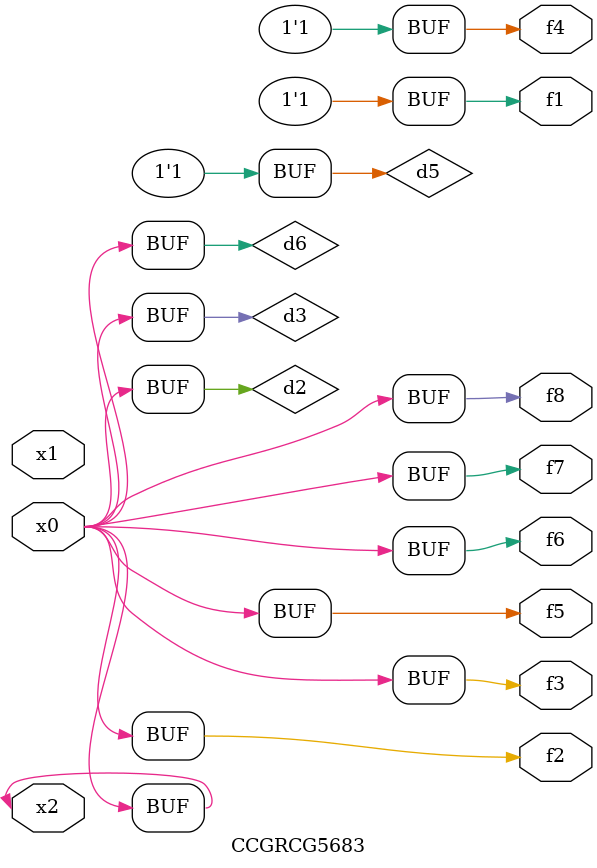
<source format=v>
module CCGRCG5683(
	input x0, x1, x2,
	output f1, f2, f3, f4, f5, f6, f7, f8
);

	wire d1, d2, d3, d4, d5, d6;

	xnor (d1, x2);
	buf (d2, x0, x2);
	and (d3, x0);
	xnor (d4, x1, x2);
	nand (d5, d1, d3);
	buf (d6, d2, d3);
	assign f1 = d5;
	assign f2 = d6;
	assign f3 = d6;
	assign f4 = d5;
	assign f5 = d6;
	assign f6 = d6;
	assign f7 = d6;
	assign f8 = d6;
endmodule

</source>
